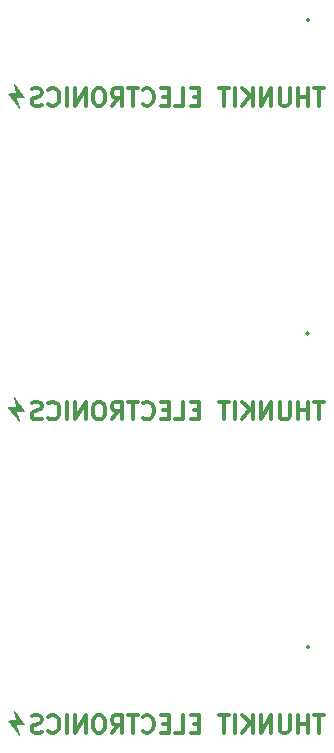
<source format=gbo>
G04 #@! TF.FileFunction,Legend,Bot*
%FSLAX46Y46*%
G04 Gerber Fmt 4.6, Leading zero omitted, Abs format (unit mm)*
G04 Created by KiCad (PCBNEW 4.0.5+dfsg1-4) date Tue Nov  6 22:35:12 2018*
%MOMM*%
%LPD*%
G01*
G04 APERTURE LIST*
%ADD10C,0.100000*%
%ADD11C,0.300000*%
%ADD12C,0.150000*%
%ADD13C,0.010000*%
G04 APERTURE END LIST*
D10*
D11*
X176421287Y-83379571D02*
X175564144Y-83379571D01*
X175992715Y-84879571D02*
X175992715Y-83379571D01*
X175064144Y-84879571D02*
X175064144Y-83379571D01*
X175064144Y-84093857D02*
X174207001Y-84093857D01*
X174207001Y-84879571D02*
X174207001Y-83379571D01*
X173492715Y-83379571D02*
X173492715Y-84593857D01*
X173421287Y-84736714D01*
X173349858Y-84808143D01*
X173207001Y-84879571D01*
X172921287Y-84879571D01*
X172778429Y-84808143D01*
X172707001Y-84736714D01*
X172635572Y-84593857D01*
X172635572Y-83379571D01*
X171921286Y-84879571D02*
X171921286Y-83379571D01*
X171064143Y-84879571D01*
X171064143Y-83379571D01*
X170349857Y-84879571D02*
X170349857Y-83379571D01*
X169492714Y-84879571D02*
X170135571Y-84022429D01*
X169492714Y-83379571D02*
X170349857Y-84236714D01*
X168849857Y-84879571D02*
X168849857Y-83379571D01*
X168349857Y-83379571D02*
X167492714Y-83379571D01*
X167921285Y-84879571D02*
X167921285Y-83379571D01*
X165849857Y-84093857D02*
X165349857Y-84093857D01*
X165135571Y-84879571D02*
X165849857Y-84879571D01*
X165849857Y-83379571D01*
X165135571Y-83379571D01*
X163778428Y-84879571D02*
X164492714Y-84879571D01*
X164492714Y-83379571D01*
X163278428Y-84093857D02*
X162778428Y-84093857D01*
X162564142Y-84879571D02*
X163278428Y-84879571D01*
X163278428Y-83379571D01*
X162564142Y-83379571D01*
X161064142Y-84736714D02*
X161135571Y-84808143D01*
X161349857Y-84879571D01*
X161492714Y-84879571D01*
X161706999Y-84808143D01*
X161849857Y-84665286D01*
X161921285Y-84522429D01*
X161992714Y-84236714D01*
X161992714Y-84022429D01*
X161921285Y-83736714D01*
X161849857Y-83593857D01*
X161706999Y-83451000D01*
X161492714Y-83379571D01*
X161349857Y-83379571D01*
X161135571Y-83451000D01*
X161064142Y-83522429D01*
X160635571Y-83379571D02*
X159778428Y-83379571D01*
X160206999Y-84879571D02*
X160206999Y-83379571D01*
X158421285Y-84879571D02*
X158921285Y-84165286D01*
X159278428Y-84879571D02*
X159278428Y-83379571D01*
X158707000Y-83379571D01*
X158564142Y-83451000D01*
X158492714Y-83522429D01*
X158421285Y-83665286D01*
X158421285Y-83879571D01*
X158492714Y-84022429D01*
X158564142Y-84093857D01*
X158707000Y-84165286D01*
X159278428Y-84165286D01*
X157492714Y-83379571D02*
X157207000Y-83379571D01*
X157064142Y-83451000D01*
X156921285Y-83593857D01*
X156849857Y-83879571D01*
X156849857Y-84379571D01*
X156921285Y-84665286D01*
X157064142Y-84808143D01*
X157207000Y-84879571D01*
X157492714Y-84879571D01*
X157635571Y-84808143D01*
X157778428Y-84665286D01*
X157849857Y-84379571D01*
X157849857Y-83879571D01*
X157778428Y-83593857D01*
X157635571Y-83451000D01*
X157492714Y-83379571D01*
X156206999Y-84879571D02*
X156206999Y-83379571D01*
X155349856Y-84879571D01*
X155349856Y-83379571D01*
X154635570Y-84879571D02*
X154635570Y-83379571D01*
X153064141Y-84736714D02*
X153135570Y-84808143D01*
X153349856Y-84879571D01*
X153492713Y-84879571D01*
X153706998Y-84808143D01*
X153849856Y-84665286D01*
X153921284Y-84522429D01*
X153992713Y-84236714D01*
X153992713Y-84022429D01*
X153921284Y-83736714D01*
X153849856Y-83593857D01*
X153706998Y-83451000D01*
X153492713Y-83379571D01*
X153349856Y-83379571D01*
X153135570Y-83451000D01*
X153064141Y-83522429D01*
X152492713Y-84808143D02*
X152278427Y-84879571D01*
X151921284Y-84879571D01*
X151778427Y-84808143D01*
X151706998Y-84736714D01*
X151635570Y-84593857D01*
X151635570Y-84451000D01*
X151706998Y-84308143D01*
X151778427Y-84236714D01*
X151921284Y-84165286D01*
X152206998Y-84093857D01*
X152349856Y-84022429D01*
X152421284Y-83951000D01*
X152492713Y-83808143D01*
X152492713Y-83665286D01*
X152421284Y-83522429D01*
X152349856Y-83451000D01*
X152206998Y-83379571D01*
X151849856Y-83379571D01*
X151635570Y-83451000D01*
X176421287Y-109922571D02*
X175564144Y-109922571D01*
X175992715Y-111422571D02*
X175992715Y-109922571D01*
X175064144Y-111422571D02*
X175064144Y-109922571D01*
X175064144Y-110636857D02*
X174207001Y-110636857D01*
X174207001Y-111422571D02*
X174207001Y-109922571D01*
X173492715Y-109922571D02*
X173492715Y-111136857D01*
X173421287Y-111279714D01*
X173349858Y-111351143D01*
X173207001Y-111422571D01*
X172921287Y-111422571D01*
X172778429Y-111351143D01*
X172707001Y-111279714D01*
X172635572Y-111136857D01*
X172635572Y-109922571D01*
X171921286Y-111422571D02*
X171921286Y-109922571D01*
X171064143Y-111422571D01*
X171064143Y-109922571D01*
X170349857Y-111422571D02*
X170349857Y-109922571D01*
X169492714Y-111422571D02*
X170135571Y-110565429D01*
X169492714Y-109922571D02*
X170349857Y-110779714D01*
X168849857Y-111422571D02*
X168849857Y-109922571D01*
X168349857Y-109922571D02*
X167492714Y-109922571D01*
X167921285Y-111422571D02*
X167921285Y-109922571D01*
X165849857Y-110636857D02*
X165349857Y-110636857D01*
X165135571Y-111422571D02*
X165849857Y-111422571D01*
X165849857Y-109922571D01*
X165135571Y-109922571D01*
X163778428Y-111422571D02*
X164492714Y-111422571D01*
X164492714Y-109922571D01*
X163278428Y-110636857D02*
X162778428Y-110636857D01*
X162564142Y-111422571D02*
X163278428Y-111422571D01*
X163278428Y-109922571D01*
X162564142Y-109922571D01*
X161064142Y-111279714D02*
X161135571Y-111351143D01*
X161349857Y-111422571D01*
X161492714Y-111422571D01*
X161706999Y-111351143D01*
X161849857Y-111208286D01*
X161921285Y-111065429D01*
X161992714Y-110779714D01*
X161992714Y-110565429D01*
X161921285Y-110279714D01*
X161849857Y-110136857D01*
X161706999Y-109994000D01*
X161492714Y-109922571D01*
X161349857Y-109922571D01*
X161135571Y-109994000D01*
X161064142Y-110065429D01*
X160635571Y-109922571D02*
X159778428Y-109922571D01*
X160206999Y-111422571D02*
X160206999Y-109922571D01*
X158421285Y-111422571D02*
X158921285Y-110708286D01*
X159278428Y-111422571D02*
X159278428Y-109922571D01*
X158707000Y-109922571D01*
X158564142Y-109994000D01*
X158492714Y-110065429D01*
X158421285Y-110208286D01*
X158421285Y-110422571D01*
X158492714Y-110565429D01*
X158564142Y-110636857D01*
X158707000Y-110708286D01*
X159278428Y-110708286D01*
X157492714Y-109922571D02*
X157207000Y-109922571D01*
X157064142Y-109994000D01*
X156921285Y-110136857D01*
X156849857Y-110422571D01*
X156849857Y-110922571D01*
X156921285Y-111208286D01*
X157064142Y-111351143D01*
X157207000Y-111422571D01*
X157492714Y-111422571D01*
X157635571Y-111351143D01*
X157778428Y-111208286D01*
X157849857Y-110922571D01*
X157849857Y-110422571D01*
X157778428Y-110136857D01*
X157635571Y-109994000D01*
X157492714Y-109922571D01*
X156206999Y-111422571D02*
X156206999Y-109922571D01*
X155349856Y-111422571D01*
X155349856Y-109922571D01*
X154635570Y-111422571D02*
X154635570Y-109922571D01*
X153064141Y-111279714D02*
X153135570Y-111351143D01*
X153349856Y-111422571D01*
X153492713Y-111422571D01*
X153706998Y-111351143D01*
X153849856Y-111208286D01*
X153921284Y-111065429D01*
X153992713Y-110779714D01*
X153992713Y-110565429D01*
X153921284Y-110279714D01*
X153849856Y-110136857D01*
X153706998Y-109994000D01*
X153492713Y-109922571D01*
X153349856Y-109922571D01*
X153135570Y-109994000D01*
X153064141Y-110065429D01*
X152492713Y-111351143D02*
X152278427Y-111422571D01*
X151921284Y-111422571D01*
X151778427Y-111351143D01*
X151706998Y-111279714D01*
X151635570Y-111136857D01*
X151635570Y-110994000D01*
X151706998Y-110851143D01*
X151778427Y-110779714D01*
X151921284Y-110708286D01*
X152206998Y-110636857D01*
X152349856Y-110565429D01*
X152421284Y-110494000D01*
X152492713Y-110351143D01*
X152492713Y-110208286D01*
X152421284Y-110065429D01*
X152349856Y-109994000D01*
X152206998Y-109922571D01*
X151849856Y-109922571D01*
X151635570Y-109994000D01*
X176421287Y-136465571D02*
X175564144Y-136465571D01*
X175992715Y-137965571D02*
X175992715Y-136465571D01*
X175064144Y-137965571D02*
X175064144Y-136465571D01*
X175064144Y-137179857D02*
X174207001Y-137179857D01*
X174207001Y-137965571D02*
X174207001Y-136465571D01*
X173492715Y-136465571D02*
X173492715Y-137679857D01*
X173421287Y-137822714D01*
X173349858Y-137894143D01*
X173207001Y-137965571D01*
X172921287Y-137965571D01*
X172778429Y-137894143D01*
X172707001Y-137822714D01*
X172635572Y-137679857D01*
X172635572Y-136465571D01*
X171921286Y-137965571D02*
X171921286Y-136465571D01*
X171064143Y-137965571D01*
X171064143Y-136465571D01*
X170349857Y-137965571D02*
X170349857Y-136465571D01*
X169492714Y-137965571D02*
X170135571Y-137108429D01*
X169492714Y-136465571D02*
X170349857Y-137322714D01*
X168849857Y-137965571D02*
X168849857Y-136465571D01*
X168349857Y-136465571D02*
X167492714Y-136465571D01*
X167921285Y-137965571D02*
X167921285Y-136465571D01*
X165849857Y-137179857D02*
X165349857Y-137179857D01*
X165135571Y-137965571D02*
X165849857Y-137965571D01*
X165849857Y-136465571D01*
X165135571Y-136465571D01*
X163778428Y-137965571D02*
X164492714Y-137965571D01*
X164492714Y-136465571D01*
X163278428Y-137179857D02*
X162778428Y-137179857D01*
X162564142Y-137965571D02*
X163278428Y-137965571D01*
X163278428Y-136465571D01*
X162564142Y-136465571D01*
X161064142Y-137822714D02*
X161135571Y-137894143D01*
X161349857Y-137965571D01*
X161492714Y-137965571D01*
X161706999Y-137894143D01*
X161849857Y-137751286D01*
X161921285Y-137608429D01*
X161992714Y-137322714D01*
X161992714Y-137108429D01*
X161921285Y-136822714D01*
X161849857Y-136679857D01*
X161706999Y-136537000D01*
X161492714Y-136465571D01*
X161349857Y-136465571D01*
X161135571Y-136537000D01*
X161064142Y-136608429D01*
X160635571Y-136465571D02*
X159778428Y-136465571D01*
X160206999Y-137965571D02*
X160206999Y-136465571D01*
X158421285Y-137965571D02*
X158921285Y-137251286D01*
X159278428Y-137965571D02*
X159278428Y-136465571D01*
X158707000Y-136465571D01*
X158564142Y-136537000D01*
X158492714Y-136608429D01*
X158421285Y-136751286D01*
X158421285Y-136965571D01*
X158492714Y-137108429D01*
X158564142Y-137179857D01*
X158707000Y-137251286D01*
X159278428Y-137251286D01*
X157492714Y-136465571D02*
X157207000Y-136465571D01*
X157064142Y-136537000D01*
X156921285Y-136679857D01*
X156849857Y-136965571D01*
X156849857Y-137465571D01*
X156921285Y-137751286D01*
X157064142Y-137894143D01*
X157207000Y-137965571D01*
X157492714Y-137965571D01*
X157635571Y-137894143D01*
X157778428Y-137751286D01*
X157849857Y-137465571D01*
X157849857Y-136965571D01*
X157778428Y-136679857D01*
X157635571Y-136537000D01*
X157492714Y-136465571D01*
X156206999Y-137965571D02*
X156206999Y-136465571D01*
X155349856Y-137965571D01*
X155349856Y-136465571D01*
X154635570Y-137965571D02*
X154635570Y-136465571D01*
X153064141Y-137822714D02*
X153135570Y-137894143D01*
X153349856Y-137965571D01*
X153492713Y-137965571D01*
X153706998Y-137894143D01*
X153849856Y-137751286D01*
X153921284Y-137608429D01*
X153992713Y-137322714D01*
X153992713Y-137108429D01*
X153921284Y-136822714D01*
X153849856Y-136679857D01*
X153706998Y-136537000D01*
X153492713Y-136465571D01*
X153349856Y-136465571D01*
X153135570Y-136537000D01*
X153064141Y-136608429D01*
X152492713Y-137894143D02*
X152278427Y-137965571D01*
X151921284Y-137965571D01*
X151778427Y-137894143D01*
X151706998Y-137822714D01*
X151635570Y-137679857D01*
X151635570Y-137537000D01*
X151706998Y-137394143D01*
X151778427Y-137322714D01*
X151921284Y-137251286D01*
X152206998Y-137179857D01*
X152349856Y-137108429D01*
X152421284Y-137037000D01*
X152492713Y-136894143D01*
X152492713Y-136751286D01*
X152421284Y-136608429D01*
X152349856Y-136537000D01*
X152206998Y-136465571D01*
X151849856Y-136465571D01*
X151635570Y-136537000D01*
D12*
X175133000Y-77597000D02*
G75*
G03X175133000Y-77597000I-127000J0D01*
G01*
D13*
G36*
X150603765Y-85041290D02*
X150596162Y-85020150D01*
X150583840Y-84987513D01*
X150565183Y-84937460D01*
X150541378Y-84873230D01*
X150513614Y-84798057D01*
X150483076Y-84715179D01*
X150450954Y-84627831D01*
X150418433Y-84539250D01*
X150386702Y-84452673D01*
X150356948Y-84371336D01*
X150330358Y-84298475D01*
X150308120Y-84237326D01*
X150291422Y-84191126D01*
X150281450Y-84163112D01*
X150279100Y-84155988D01*
X150291271Y-84154494D01*
X150325672Y-84152927D01*
X150379132Y-84151360D01*
X150448482Y-84149872D01*
X150530552Y-84148537D01*
X150622171Y-84147433D01*
X150644443Y-84147217D01*
X151009787Y-84143850D01*
X150588728Y-83587121D01*
X150509472Y-83482429D01*
X150434522Y-83383626D01*
X150365328Y-83292608D01*
X150303340Y-83211272D01*
X150250006Y-83141515D01*
X150206776Y-83085234D01*
X150175099Y-83044325D01*
X150156425Y-83020685D01*
X150152107Y-83015621D01*
X150141552Y-83009001D01*
X150143045Y-83023187D01*
X150143910Y-83026250D01*
X150151784Y-83054264D01*
X150164565Y-83100751D01*
X150181297Y-83162150D01*
X150201022Y-83234900D01*
X150222783Y-83315437D01*
X150245623Y-83400200D01*
X150268583Y-83485627D01*
X150290708Y-83568156D01*
X150311039Y-83644225D01*
X150328620Y-83710271D01*
X150342492Y-83762733D01*
X150351699Y-83798048D01*
X150355284Y-83812655D01*
X150355300Y-83812808D01*
X150343135Y-83814670D01*
X150308784Y-83816354D01*
X150255460Y-83817793D01*
X150186376Y-83818922D01*
X150104744Y-83819678D01*
X150013779Y-83819995D01*
X149999700Y-83820000D01*
X149907624Y-83820217D01*
X149824407Y-83820830D01*
X149753260Y-83821781D01*
X149697397Y-83823014D01*
X149660032Y-83824470D01*
X149644377Y-83826092D01*
X149644100Y-83826343D01*
X149651677Y-83837055D01*
X149673310Y-83865621D01*
X149707349Y-83909933D01*
X149752145Y-83967882D01*
X149806050Y-84037361D01*
X149867413Y-84116261D01*
X149934586Y-84202472D01*
X150005919Y-84293888D01*
X150079763Y-84388398D01*
X150154470Y-84483896D01*
X150228389Y-84578271D01*
X150299873Y-84669417D01*
X150367270Y-84755224D01*
X150428934Y-84833583D01*
X150483213Y-84902387D01*
X150528460Y-84959527D01*
X150563025Y-85002894D01*
X150585258Y-85030381D01*
X150592749Y-85039200D01*
X150603777Y-85049093D01*
X150603765Y-85041290D01*
X150603765Y-85041290D01*
G37*
X150603765Y-85041290D02*
X150596162Y-85020150D01*
X150583840Y-84987513D01*
X150565183Y-84937460D01*
X150541378Y-84873230D01*
X150513614Y-84798057D01*
X150483076Y-84715179D01*
X150450954Y-84627831D01*
X150418433Y-84539250D01*
X150386702Y-84452673D01*
X150356948Y-84371336D01*
X150330358Y-84298475D01*
X150308120Y-84237326D01*
X150291422Y-84191126D01*
X150281450Y-84163112D01*
X150279100Y-84155988D01*
X150291271Y-84154494D01*
X150325672Y-84152927D01*
X150379132Y-84151360D01*
X150448482Y-84149872D01*
X150530552Y-84148537D01*
X150622171Y-84147433D01*
X150644443Y-84147217D01*
X151009787Y-84143850D01*
X150588728Y-83587121D01*
X150509472Y-83482429D01*
X150434522Y-83383626D01*
X150365328Y-83292608D01*
X150303340Y-83211272D01*
X150250006Y-83141515D01*
X150206776Y-83085234D01*
X150175099Y-83044325D01*
X150156425Y-83020685D01*
X150152107Y-83015621D01*
X150141552Y-83009001D01*
X150143045Y-83023187D01*
X150143910Y-83026250D01*
X150151784Y-83054264D01*
X150164565Y-83100751D01*
X150181297Y-83162150D01*
X150201022Y-83234900D01*
X150222783Y-83315437D01*
X150245623Y-83400200D01*
X150268583Y-83485627D01*
X150290708Y-83568156D01*
X150311039Y-83644225D01*
X150328620Y-83710271D01*
X150342492Y-83762733D01*
X150351699Y-83798048D01*
X150355284Y-83812655D01*
X150355300Y-83812808D01*
X150343135Y-83814670D01*
X150308784Y-83816354D01*
X150255460Y-83817793D01*
X150186376Y-83818922D01*
X150104744Y-83819678D01*
X150013779Y-83819995D01*
X149999700Y-83820000D01*
X149907624Y-83820217D01*
X149824407Y-83820830D01*
X149753260Y-83821781D01*
X149697397Y-83823014D01*
X149660032Y-83824470D01*
X149644377Y-83826092D01*
X149644100Y-83826343D01*
X149651677Y-83837055D01*
X149673310Y-83865621D01*
X149707349Y-83909933D01*
X149752145Y-83967882D01*
X149806050Y-84037361D01*
X149867413Y-84116261D01*
X149934586Y-84202472D01*
X150005919Y-84293888D01*
X150079763Y-84388398D01*
X150154470Y-84483896D01*
X150228389Y-84578271D01*
X150299873Y-84669417D01*
X150367270Y-84755224D01*
X150428934Y-84833583D01*
X150483213Y-84902387D01*
X150528460Y-84959527D01*
X150563025Y-85002894D01*
X150585258Y-85030381D01*
X150592749Y-85039200D01*
X150603777Y-85049093D01*
X150603765Y-85041290D01*
D12*
X175133000Y-104140000D02*
G75*
G03X175133000Y-104140000I-127000J0D01*
G01*
D13*
G36*
X150603765Y-111584290D02*
X150596162Y-111563150D01*
X150583840Y-111530513D01*
X150565183Y-111480460D01*
X150541378Y-111416230D01*
X150513614Y-111341057D01*
X150483076Y-111258179D01*
X150450954Y-111170831D01*
X150418433Y-111082250D01*
X150386702Y-110995673D01*
X150356948Y-110914336D01*
X150330358Y-110841475D01*
X150308120Y-110780326D01*
X150291422Y-110734126D01*
X150281450Y-110706112D01*
X150279100Y-110698988D01*
X150291271Y-110697494D01*
X150325672Y-110695927D01*
X150379132Y-110694360D01*
X150448482Y-110692872D01*
X150530552Y-110691537D01*
X150622171Y-110690433D01*
X150644443Y-110690217D01*
X151009787Y-110686850D01*
X150588728Y-110130121D01*
X150509472Y-110025429D01*
X150434522Y-109926626D01*
X150365328Y-109835608D01*
X150303340Y-109754272D01*
X150250006Y-109684515D01*
X150206776Y-109628234D01*
X150175099Y-109587325D01*
X150156425Y-109563685D01*
X150152107Y-109558621D01*
X150141552Y-109552001D01*
X150143045Y-109566187D01*
X150143910Y-109569250D01*
X150151784Y-109597264D01*
X150164565Y-109643751D01*
X150181297Y-109705150D01*
X150201022Y-109777900D01*
X150222783Y-109858437D01*
X150245623Y-109943200D01*
X150268583Y-110028627D01*
X150290708Y-110111156D01*
X150311039Y-110187225D01*
X150328620Y-110253271D01*
X150342492Y-110305733D01*
X150351699Y-110341048D01*
X150355284Y-110355655D01*
X150355300Y-110355808D01*
X150343135Y-110357670D01*
X150308784Y-110359354D01*
X150255460Y-110360793D01*
X150186376Y-110361922D01*
X150104744Y-110362678D01*
X150013779Y-110362995D01*
X149999700Y-110363000D01*
X149907624Y-110363217D01*
X149824407Y-110363830D01*
X149753260Y-110364781D01*
X149697397Y-110366014D01*
X149660032Y-110367470D01*
X149644377Y-110369092D01*
X149644100Y-110369343D01*
X149651677Y-110380055D01*
X149673310Y-110408621D01*
X149707349Y-110452933D01*
X149752145Y-110510882D01*
X149806050Y-110580361D01*
X149867413Y-110659261D01*
X149934586Y-110745472D01*
X150005919Y-110836888D01*
X150079763Y-110931398D01*
X150154470Y-111026896D01*
X150228389Y-111121271D01*
X150299873Y-111212417D01*
X150367270Y-111298224D01*
X150428934Y-111376583D01*
X150483213Y-111445387D01*
X150528460Y-111502527D01*
X150563025Y-111545894D01*
X150585258Y-111573381D01*
X150592749Y-111582200D01*
X150603777Y-111592093D01*
X150603765Y-111584290D01*
X150603765Y-111584290D01*
G37*
X150603765Y-111584290D02*
X150596162Y-111563150D01*
X150583840Y-111530513D01*
X150565183Y-111480460D01*
X150541378Y-111416230D01*
X150513614Y-111341057D01*
X150483076Y-111258179D01*
X150450954Y-111170831D01*
X150418433Y-111082250D01*
X150386702Y-110995673D01*
X150356948Y-110914336D01*
X150330358Y-110841475D01*
X150308120Y-110780326D01*
X150291422Y-110734126D01*
X150281450Y-110706112D01*
X150279100Y-110698988D01*
X150291271Y-110697494D01*
X150325672Y-110695927D01*
X150379132Y-110694360D01*
X150448482Y-110692872D01*
X150530552Y-110691537D01*
X150622171Y-110690433D01*
X150644443Y-110690217D01*
X151009787Y-110686850D01*
X150588728Y-110130121D01*
X150509472Y-110025429D01*
X150434522Y-109926626D01*
X150365328Y-109835608D01*
X150303340Y-109754272D01*
X150250006Y-109684515D01*
X150206776Y-109628234D01*
X150175099Y-109587325D01*
X150156425Y-109563685D01*
X150152107Y-109558621D01*
X150141552Y-109552001D01*
X150143045Y-109566187D01*
X150143910Y-109569250D01*
X150151784Y-109597264D01*
X150164565Y-109643751D01*
X150181297Y-109705150D01*
X150201022Y-109777900D01*
X150222783Y-109858437D01*
X150245623Y-109943200D01*
X150268583Y-110028627D01*
X150290708Y-110111156D01*
X150311039Y-110187225D01*
X150328620Y-110253271D01*
X150342492Y-110305733D01*
X150351699Y-110341048D01*
X150355284Y-110355655D01*
X150355300Y-110355808D01*
X150343135Y-110357670D01*
X150308784Y-110359354D01*
X150255460Y-110360793D01*
X150186376Y-110361922D01*
X150104744Y-110362678D01*
X150013779Y-110362995D01*
X149999700Y-110363000D01*
X149907624Y-110363217D01*
X149824407Y-110363830D01*
X149753260Y-110364781D01*
X149697397Y-110366014D01*
X149660032Y-110367470D01*
X149644377Y-110369092D01*
X149644100Y-110369343D01*
X149651677Y-110380055D01*
X149673310Y-110408621D01*
X149707349Y-110452933D01*
X149752145Y-110510882D01*
X149806050Y-110580361D01*
X149867413Y-110659261D01*
X149934586Y-110745472D01*
X150005919Y-110836888D01*
X150079763Y-110931398D01*
X150154470Y-111026896D01*
X150228389Y-111121271D01*
X150299873Y-111212417D01*
X150367270Y-111298224D01*
X150428934Y-111376583D01*
X150483213Y-111445387D01*
X150528460Y-111502527D01*
X150563025Y-111545894D01*
X150585258Y-111573381D01*
X150592749Y-111582200D01*
X150603777Y-111592093D01*
X150603765Y-111584290D01*
G36*
X150603765Y-138127290D02*
X150596162Y-138106150D01*
X150583840Y-138073513D01*
X150565183Y-138023460D01*
X150541378Y-137959230D01*
X150513614Y-137884057D01*
X150483076Y-137801179D01*
X150450954Y-137713831D01*
X150418433Y-137625250D01*
X150386702Y-137538673D01*
X150356948Y-137457336D01*
X150330358Y-137384475D01*
X150308120Y-137323326D01*
X150291422Y-137277126D01*
X150281450Y-137249112D01*
X150279100Y-137241988D01*
X150291271Y-137240494D01*
X150325672Y-137238927D01*
X150379132Y-137237360D01*
X150448482Y-137235872D01*
X150530552Y-137234537D01*
X150622171Y-137233433D01*
X150644443Y-137233217D01*
X151009787Y-137229850D01*
X150588728Y-136673121D01*
X150509472Y-136568429D01*
X150434522Y-136469626D01*
X150365328Y-136378608D01*
X150303340Y-136297272D01*
X150250006Y-136227515D01*
X150206776Y-136171234D01*
X150175099Y-136130325D01*
X150156425Y-136106685D01*
X150152107Y-136101621D01*
X150141552Y-136095001D01*
X150143045Y-136109187D01*
X150143910Y-136112250D01*
X150151784Y-136140264D01*
X150164565Y-136186751D01*
X150181297Y-136248150D01*
X150201022Y-136320900D01*
X150222783Y-136401437D01*
X150245623Y-136486200D01*
X150268583Y-136571627D01*
X150290708Y-136654156D01*
X150311039Y-136730225D01*
X150328620Y-136796271D01*
X150342492Y-136848733D01*
X150351699Y-136884048D01*
X150355284Y-136898655D01*
X150355300Y-136898808D01*
X150343135Y-136900670D01*
X150308784Y-136902354D01*
X150255460Y-136903793D01*
X150186376Y-136904922D01*
X150104744Y-136905678D01*
X150013779Y-136905995D01*
X149999700Y-136906000D01*
X149907624Y-136906217D01*
X149824407Y-136906830D01*
X149753260Y-136907781D01*
X149697397Y-136909014D01*
X149660032Y-136910470D01*
X149644377Y-136912092D01*
X149644100Y-136912343D01*
X149651677Y-136923055D01*
X149673310Y-136951621D01*
X149707349Y-136995933D01*
X149752145Y-137053882D01*
X149806050Y-137123361D01*
X149867413Y-137202261D01*
X149934586Y-137288472D01*
X150005919Y-137379888D01*
X150079763Y-137474398D01*
X150154470Y-137569896D01*
X150228389Y-137664271D01*
X150299873Y-137755417D01*
X150367270Y-137841224D01*
X150428934Y-137919583D01*
X150483213Y-137988387D01*
X150528460Y-138045527D01*
X150563025Y-138088894D01*
X150585258Y-138116381D01*
X150592749Y-138125200D01*
X150603777Y-138135093D01*
X150603765Y-138127290D01*
X150603765Y-138127290D01*
G37*
X150603765Y-138127290D02*
X150596162Y-138106150D01*
X150583840Y-138073513D01*
X150565183Y-138023460D01*
X150541378Y-137959230D01*
X150513614Y-137884057D01*
X150483076Y-137801179D01*
X150450954Y-137713831D01*
X150418433Y-137625250D01*
X150386702Y-137538673D01*
X150356948Y-137457336D01*
X150330358Y-137384475D01*
X150308120Y-137323326D01*
X150291422Y-137277126D01*
X150281450Y-137249112D01*
X150279100Y-137241988D01*
X150291271Y-137240494D01*
X150325672Y-137238927D01*
X150379132Y-137237360D01*
X150448482Y-137235872D01*
X150530552Y-137234537D01*
X150622171Y-137233433D01*
X150644443Y-137233217D01*
X151009787Y-137229850D01*
X150588728Y-136673121D01*
X150509472Y-136568429D01*
X150434522Y-136469626D01*
X150365328Y-136378608D01*
X150303340Y-136297272D01*
X150250006Y-136227515D01*
X150206776Y-136171234D01*
X150175099Y-136130325D01*
X150156425Y-136106685D01*
X150152107Y-136101621D01*
X150141552Y-136095001D01*
X150143045Y-136109187D01*
X150143910Y-136112250D01*
X150151784Y-136140264D01*
X150164565Y-136186751D01*
X150181297Y-136248150D01*
X150201022Y-136320900D01*
X150222783Y-136401437D01*
X150245623Y-136486200D01*
X150268583Y-136571627D01*
X150290708Y-136654156D01*
X150311039Y-136730225D01*
X150328620Y-136796271D01*
X150342492Y-136848733D01*
X150351699Y-136884048D01*
X150355284Y-136898655D01*
X150355300Y-136898808D01*
X150343135Y-136900670D01*
X150308784Y-136902354D01*
X150255460Y-136903793D01*
X150186376Y-136904922D01*
X150104744Y-136905678D01*
X150013779Y-136905995D01*
X149999700Y-136906000D01*
X149907624Y-136906217D01*
X149824407Y-136906830D01*
X149753260Y-136907781D01*
X149697397Y-136909014D01*
X149660032Y-136910470D01*
X149644377Y-136912092D01*
X149644100Y-136912343D01*
X149651677Y-136923055D01*
X149673310Y-136951621D01*
X149707349Y-136995933D01*
X149752145Y-137053882D01*
X149806050Y-137123361D01*
X149867413Y-137202261D01*
X149934586Y-137288472D01*
X150005919Y-137379888D01*
X150079763Y-137474398D01*
X150154470Y-137569896D01*
X150228389Y-137664271D01*
X150299873Y-137755417D01*
X150367270Y-137841224D01*
X150428934Y-137919583D01*
X150483213Y-137988387D01*
X150528460Y-138045527D01*
X150563025Y-138088894D01*
X150585258Y-138116381D01*
X150592749Y-138125200D01*
X150603777Y-138135093D01*
X150603765Y-138127290D01*
D12*
X175133000Y-130683000D02*
G75*
G03X175133000Y-130683000I-127000J0D01*
G01*
M02*

</source>
